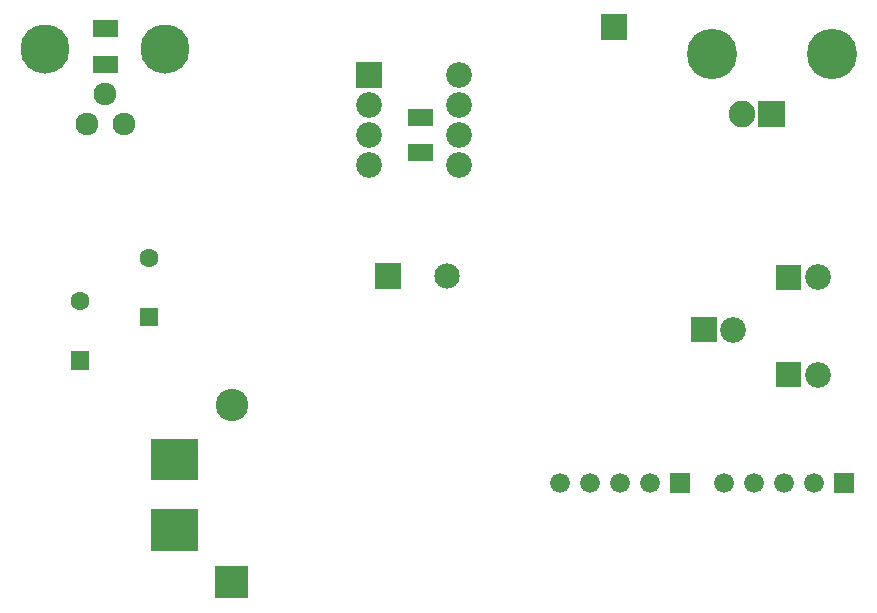
<source format=gbs>
G04 start of page 2 for group 9 layer_idx 9 *
G04 Title: (unknown), bottom_mask *
G04 Creator: pcb-rnd 2.2.1 *
G04 CreationDate: 2020-05-28 20:16:37 UTC *
G04 For:  *
G04 Format: Gerber/RS-274X *
G04 PCB-Dimensions: 500000 500000 *
G04 PCB-Coordinate-Origin: lower left *
%MOIN*%
%FSLAX25Y25*%
%LNBOTTOM_MASK_NONE_9*%
%ADD84C,0.1083*%
%ADD83C,0.0846*%
%ADD82C,0.0860*%
%ADD81C,0.0660*%
%ADD80C,0.0886*%
%ADD79C,0.1678*%
%ADD78C,0.0630*%
%ADD77C,0.1639*%
%ADD76C,0.0759*%
%ADD75C,0.0001*%
G54D75*G36*
X109460Y370954D02*Y365236D01*
X117540D01*
Y370954D01*
X109460D01*
G37*
G54D76*X119790Y348000D03*
X113490Y358000D03*
G54D75*G36*
X109460Y382764D02*Y377046D01*
X117540D01*
Y382764D01*
X109460D01*
G37*
G54D77*X93490Y373000D03*
X133490D03*
G54D76*X107190Y348000D03*
G54D78*X105000Y289000D03*
G54D75*G36*
X124846Y280661D02*X131154D01*
Y286969D01*
X124846D01*
Y280661D01*
G37*
G54D78*X128000Y303500D03*
G54D79*X315500Y371500D03*
G54D80*X325500Y351500D03*
G54D75*G36*
X308680Y283950D02*X317280D01*
Y275350D01*
X308680D01*
Y283950D01*
G37*
G36*
X308300Y225200D02*X301700D01*
Y231800D01*
X308300D01*
Y225200D01*
G37*
G54D81*X295000Y228500D03*
X319674Y228430D03*
X285000Y228500D03*
X275000D03*
G54D79*X355500Y371500D03*
G54D75*G36*
X331071Y355929D02*Y347071D01*
X339929D01*
Y355929D01*
X331071D01*
G37*
G54D82*X322823Y279650D03*
G54D75*G36*
X336880Y268950D02*X345480D01*
Y260350D01*
X336880D01*
Y268950D01*
G37*
G36*
X336857Y301300D02*X345457D01*
Y292700D01*
X336857D01*
Y301300D01*
G37*
G54D82*X351000Y297000D03*
X351023Y264650D03*
G54D75*G36*
X362974Y225130D02*X356374D01*
Y231730D01*
X362974D01*
Y225130D01*
G37*
G54D81*X349674Y228430D03*
X339674D03*
X329674D03*
G54D75*G36*
X196933Y368833D02*X205533D01*
Y360233D01*
X196933D01*
Y368833D01*
G37*
G54D82*X231233Y364533D03*
G54D75*G36*
X278700Y376200D02*Y384800D01*
X287300D01*
Y376200D01*
X278700D01*
G37*
G54D82*X201233Y354533D03*
X231233D03*
X201233Y344533D03*
Y334533D03*
X231233Y344533D03*
Y334533D03*
G54D75*G36*
X214460Y341454D02*Y335736D01*
X222540D01*
Y341454D01*
X214460D01*
G37*
G36*
Y353264D02*Y347546D01*
X222540D01*
Y353264D01*
X214460D01*
G37*
G54D83*X227343Y297500D03*
G54D75*G36*
X203420Y301737D02*Y293263D01*
X211894D01*
Y301737D01*
X203420D01*
G37*
G36*
X150087Y190031D02*X160913D01*
Y200858D01*
X150087D01*
Y190031D01*
G37*
G36*
X128724Y205701D02*Y219677D01*
X144276D01*
Y205701D01*
X128724D01*
G37*
G36*
Y229323D02*Y243299D01*
X144276D01*
Y229323D01*
X128724D01*
G37*
G54D84*X155500Y254500D03*
G54D75*G36*
X101846Y266161D02*X108154D01*
Y272469D01*
X101846D01*
Y266161D01*
G37*
G54D81*X265000Y228500D03*
M02*

</source>
